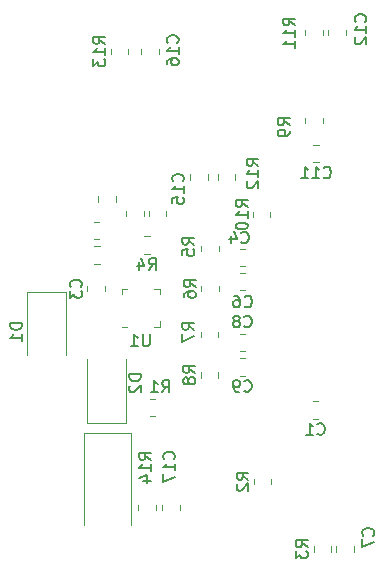
<source format=gbr>
%TF.GenerationSoftware,KiCad,Pcbnew,6.0.4-6f826c9f35~116~ubuntu20.04.1*%
%TF.CreationDate,2022-05-13T07:00:53+00:00*%
%TF.ProjectId,RFIQINT02B,52464951-494e-4543-9032-422e6b696361,REV*%
%TF.SameCoordinates,Original*%
%TF.FileFunction,Legend,Bot*%
%TF.FilePolarity,Positive*%
%FSLAX46Y46*%
G04 Gerber Fmt 4.6, Leading zero omitted, Abs format (unit mm)*
G04 Created by KiCad (PCBNEW 6.0.4-6f826c9f35~116~ubuntu20.04.1) date 2022-05-13 07:00:53*
%MOMM*%
%LPD*%
G01*
G04 APERTURE LIST*
%ADD10C,0.150000*%
%ADD11C,0.120000*%
G04 APERTURE END LIST*
D10*
%TO.C,C6*%
X21883666Y28725857D02*
X21931285Y28678238D01*
X22074142Y28630619D01*
X22169380Y28630619D01*
X22312238Y28678238D01*
X22407476Y28773476D01*
X22455095Y28868714D01*
X22502714Y29059190D01*
X22502714Y29202047D01*
X22455095Y29392523D01*
X22407476Y29487761D01*
X22312238Y29583000D01*
X22169380Y29630619D01*
X22074142Y29630619D01*
X21931285Y29583000D01*
X21883666Y29535380D01*
X21026523Y29630619D02*
X21217000Y29630619D01*
X21312238Y29583000D01*
X21359857Y29535380D01*
X21455095Y29392523D01*
X21502714Y29202047D01*
X21502714Y28821095D01*
X21455095Y28725857D01*
X21407476Y28678238D01*
X21312238Y28630619D01*
X21121761Y28630619D01*
X21026523Y28678238D01*
X20978904Y28725857D01*
X20931285Y28821095D01*
X20931285Y29059190D01*
X20978904Y29154428D01*
X21026523Y29202047D01*
X21121761Y29249666D01*
X21312238Y29249666D01*
X21407476Y29202047D01*
X21455095Y29154428D01*
X21502714Y29059190D01*
%TO.C,D2*%
X13112380Y22951415D02*
X12112380Y22951415D01*
X12112380Y22713320D01*
X12160000Y22570462D01*
X12255238Y22475224D01*
X12350476Y22427605D01*
X12540952Y22379986D01*
X12683809Y22379986D01*
X12874285Y22427605D01*
X12969523Y22475224D01*
X13064761Y22570462D01*
X13112380Y22713320D01*
X13112380Y22951415D01*
X12207619Y21999034D02*
X12160000Y21951415D01*
X12112380Y21856177D01*
X12112380Y21618081D01*
X12160000Y21522843D01*
X12207619Y21475224D01*
X12302857Y21427605D01*
X12398095Y21427605D01*
X12540952Y21475224D01*
X13112380Y22046653D01*
X13112380Y21427605D01*
%TO.C,C7*%
X32767542Y9310666D02*
X32815161Y9358285D01*
X32862780Y9501142D01*
X32862780Y9596380D01*
X32815161Y9739238D01*
X32719923Y9834476D01*
X32624685Y9882095D01*
X32434209Y9929714D01*
X32291352Y9929714D01*
X32100876Y9882095D01*
X32005638Y9834476D01*
X31910400Y9739238D01*
X31862780Y9596380D01*
X31862780Y9501142D01*
X31910400Y9358285D01*
X31958019Y9310666D01*
X31862780Y8977333D02*
X31862780Y8310666D01*
X32862780Y8739238D01*
%TO.C,R2*%
X22221180Y14047766D02*
X21744990Y14381100D01*
X22221180Y14619195D02*
X21221180Y14619195D01*
X21221180Y14238242D01*
X21268800Y14143004D01*
X21316419Y14095385D01*
X21411657Y14047766D01*
X21554514Y14047766D01*
X21649752Y14095385D01*
X21697371Y14143004D01*
X21744990Y14238242D01*
X21744990Y14619195D01*
X21316419Y13666814D02*
X21268800Y13619195D01*
X21221180Y13523957D01*
X21221180Y13285861D01*
X21268800Y13190623D01*
X21316419Y13143004D01*
X21411657Y13095385D01*
X21506895Y13095385D01*
X21649752Y13143004D01*
X22221180Y13714433D01*
X22221180Y13095385D01*
%TO.C,R1*%
X14898666Y21442419D02*
X15232000Y21918609D01*
X15470095Y21442419D02*
X15470095Y22442419D01*
X15089142Y22442419D01*
X14993904Y22394800D01*
X14946285Y22347180D01*
X14898666Y22251942D01*
X14898666Y22109085D01*
X14946285Y22013847D01*
X14993904Y21966228D01*
X15089142Y21918609D01*
X15470095Y21918609D01*
X13946285Y21442419D02*
X14517714Y21442419D01*
X14232000Y21442419D02*
X14232000Y22442419D01*
X14327238Y22299561D01*
X14422476Y22204323D01*
X14517714Y22156704D01*
%TO.C,C1*%
X28055866Y17931857D02*
X28103485Y17884238D01*
X28246342Y17836619D01*
X28341580Y17836619D01*
X28484438Y17884238D01*
X28579676Y17979476D01*
X28627295Y18074714D01*
X28674914Y18265190D01*
X28674914Y18408047D01*
X28627295Y18598523D01*
X28579676Y18693761D01*
X28484438Y18789000D01*
X28341580Y18836619D01*
X28246342Y18836619D01*
X28103485Y18789000D01*
X28055866Y18741380D01*
X27103485Y17836619D02*
X27674914Y17836619D01*
X27389200Y17836619D02*
X27389200Y18836619D01*
X27484438Y18693761D01*
X27579676Y18598523D01*
X27674914Y18550904D01*
%TO.C,R9*%
X25699980Y44057866D02*
X25223790Y44391200D01*
X25699980Y44629295D02*
X24699980Y44629295D01*
X24699980Y44248342D01*
X24747600Y44153104D01*
X24795219Y44105485D01*
X24890457Y44057866D01*
X25033314Y44057866D01*
X25128552Y44105485D01*
X25176171Y44153104D01*
X25223790Y44248342D01*
X25223790Y44629295D01*
X25699980Y43581676D02*
X25699980Y43391200D01*
X25652361Y43295961D01*
X25604742Y43248342D01*
X25461885Y43153104D01*
X25271409Y43105485D01*
X24890457Y43105485D01*
X24795219Y43153104D01*
X24747600Y43200723D01*
X24699980Y43295961D01*
X24699980Y43486438D01*
X24747600Y43581676D01*
X24795219Y43629295D01*
X24890457Y43676914D01*
X25128552Y43676914D01*
X25223790Y43629295D01*
X25271409Y43581676D01*
X25319028Y43486438D01*
X25319028Y43295961D01*
X25271409Y43200723D01*
X25223790Y43153104D01*
X25128552Y43105485D01*
%TO.C,C11*%
X28582857Y39648857D02*
X28630476Y39601238D01*
X28773333Y39553619D01*
X28868571Y39553619D01*
X29011428Y39601238D01*
X29106666Y39696476D01*
X29154285Y39791714D01*
X29201904Y39982190D01*
X29201904Y40125047D01*
X29154285Y40315523D01*
X29106666Y40410761D01*
X29011428Y40506000D01*
X28868571Y40553619D01*
X28773333Y40553619D01*
X28630476Y40506000D01*
X28582857Y40458380D01*
X27630476Y39553619D02*
X28201904Y39553619D01*
X27916190Y39553619D02*
X27916190Y40553619D01*
X28011428Y40410761D01*
X28106666Y40315523D01*
X28201904Y40267904D01*
X26678095Y39553619D02*
X27249523Y39553619D01*
X26963809Y39553619D02*
X26963809Y40553619D01*
X27059047Y40410761D01*
X27154285Y40315523D01*
X27249523Y40267904D01*
%TO.C,R10*%
X22144980Y37142657D02*
X21668790Y37475990D01*
X22144980Y37714085D02*
X21144980Y37714085D01*
X21144980Y37333133D01*
X21192600Y37237895D01*
X21240219Y37190276D01*
X21335457Y37142657D01*
X21478314Y37142657D01*
X21573552Y37190276D01*
X21621171Y37237895D01*
X21668790Y37333133D01*
X21668790Y37714085D01*
X22144980Y36190276D02*
X22144980Y36761704D01*
X22144980Y36475990D02*
X21144980Y36475990D01*
X21287838Y36571228D01*
X21383076Y36666466D01*
X21430695Y36761704D01*
X21144980Y35571228D02*
X21144980Y35475990D01*
X21192600Y35380752D01*
X21240219Y35333133D01*
X21335457Y35285514D01*
X21525933Y35237895D01*
X21764028Y35237895D01*
X21954504Y35285514D01*
X22049742Y35333133D01*
X22097361Y35380752D01*
X22144980Y35475990D01*
X22144980Y35571228D01*
X22097361Y35666466D01*
X22049742Y35714085D01*
X21954504Y35761704D01*
X21764028Y35809323D01*
X21525933Y35809323D01*
X21335457Y35761704D01*
X21240219Y35714085D01*
X21192600Y35666466D01*
X21144980Y35571228D01*
%TO.C,C12*%
X32107142Y52814457D02*
X32154761Y52862076D01*
X32202380Y53004933D01*
X32202380Y53100171D01*
X32154761Y53243028D01*
X32059523Y53338266D01*
X31964285Y53385885D01*
X31773809Y53433504D01*
X31630952Y53433504D01*
X31440476Y53385885D01*
X31345238Y53338266D01*
X31250000Y53243028D01*
X31202380Y53100171D01*
X31202380Y53004933D01*
X31250000Y52862076D01*
X31297619Y52814457D01*
X32202380Y51862076D02*
X32202380Y52433504D01*
X32202380Y52147790D02*
X31202380Y52147790D01*
X31345238Y52243028D01*
X31440476Y52338266D01*
X31488095Y52433504D01*
X31297619Y51481123D02*
X31250000Y51433504D01*
X31202380Y51338266D01*
X31202380Y51100171D01*
X31250000Y51004933D01*
X31297619Y50957314D01*
X31392857Y50909695D01*
X31488095Y50909695D01*
X31630952Y50957314D01*
X32202380Y51528742D01*
X32202380Y50909695D01*
%TO.C,R4*%
X13781066Y31793919D02*
X14114400Y32270109D01*
X14352495Y31793919D02*
X14352495Y32793919D01*
X13971542Y32793919D01*
X13876304Y32746300D01*
X13828685Y32698680D01*
X13781066Y32603442D01*
X13781066Y32460585D01*
X13828685Y32365347D01*
X13876304Y32317728D01*
X13971542Y32270109D01*
X14352495Y32270109D01*
X12923923Y32460585D02*
X12923923Y31793919D01*
X13162019Y32841538D02*
X13400114Y32127252D01*
X12781066Y32127252D01*
%TO.C,R7*%
X17622780Y26733530D02*
X17146590Y27066864D01*
X17622780Y27304959D02*
X16622780Y27304959D01*
X16622780Y26924006D01*
X16670400Y26828768D01*
X16718019Y26781149D01*
X16813257Y26733530D01*
X16956114Y26733530D01*
X17051352Y26781149D01*
X17098971Y26828768D01*
X17146590Y26924006D01*
X17146590Y27304959D01*
X16622780Y26400197D02*
X16622780Y25733530D01*
X17622780Y26162102D01*
%TO.C,R3*%
X27223980Y8320066D02*
X26747790Y8653400D01*
X27223980Y8891495D02*
X26223980Y8891495D01*
X26223980Y8510542D01*
X26271600Y8415304D01*
X26319219Y8367685D01*
X26414457Y8320066D01*
X26557314Y8320066D01*
X26652552Y8367685D01*
X26700171Y8415304D01*
X26747790Y8510542D01*
X26747790Y8891495D01*
X26223980Y7986733D02*
X26223980Y7367685D01*
X26604933Y7701019D01*
X26604933Y7558161D01*
X26652552Y7462923D01*
X26700171Y7415304D01*
X26795409Y7367685D01*
X27033504Y7367685D01*
X27128742Y7415304D01*
X27176361Y7462923D01*
X27223980Y7558161D01*
X27223980Y7843876D01*
X27176361Y7939114D01*
X27128742Y7986733D01*
%TO.C,C4*%
X21604266Y34136057D02*
X21651885Y34088438D01*
X21794742Y34040819D01*
X21889980Y34040819D01*
X22032838Y34088438D01*
X22128076Y34183676D01*
X22175695Y34278914D01*
X22223314Y34469390D01*
X22223314Y34612247D01*
X22175695Y34802723D01*
X22128076Y34897961D01*
X22032838Y34993200D01*
X21889980Y35040819D01*
X21794742Y35040819D01*
X21651885Y34993200D01*
X21604266Y34945580D01*
X20747123Y34707485D02*
X20747123Y34040819D01*
X20985219Y35088438D02*
X21223314Y34374152D01*
X20604266Y34374152D01*
%TO.C,R5*%
X17622780Y33948666D02*
X17146590Y34282000D01*
X17622780Y34520095D02*
X16622780Y34520095D01*
X16622780Y34139142D01*
X16670400Y34043904D01*
X16718019Y33996285D01*
X16813257Y33948666D01*
X16956114Y33948666D01*
X17051352Y33996285D01*
X17098971Y34043904D01*
X17146590Y34139142D01*
X17146590Y34520095D01*
X16622780Y33043904D02*
X16622780Y33520095D01*
X17098971Y33567714D01*
X17051352Y33520095D01*
X17003733Y33424857D01*
X17003733Y33186761D01*
X17051352Y33091523D01*
X17098971Y33043904D01*
X17194209Y32996285D01*
X17432304Y32996285D01*
X17527542Y33043904D01*
X17575161Y33091523D01*
X17622780Y33186761D01*
X17622780Y33424857D01*
X17575161Y33520095D01*
X17527542Y33567714D01*
%TO.C,C16*%
X16206742Y51036457D02*
X16254361Y51084076D01*
X16301980Y51226933D01*
X16301980Y51322171D01*
X16254361Y51465028D01*
X16159123Y51560266D01*
X16063885Y51607885D01*
X15873409Y51655504D01*
X15730552Y51655504D01*
X15540076Y51607885D01*
X15444838Y51560266D01*
X15349600Y51465028D01*
X15301980Y51322171D01*
X15301980Y51226933D01*
X15349600Y51084076D01*
X15397219Y51036457D01*
X16301980Y50084076D02*
X16301980Y50655504D01*
X16301980Y50369790D02*
X15301980Y50369790D01*
X15444838Y50465028D01*
X15540076Y50560266D01*
X15587695Y50655504D01*
X15301980Y49226933D02*
X15301980Y49417409D01*
X15349600Y49512647D01*
X15397219Y49560266D01*
X15540076Y49655504D01*
X15730552Y49703123D01*
X16111504Y49703123D01*
X16206742Y49655504D01*
X16254361Y49607885D01*
X16301980Y49512647D01*
X16301980Y49322171D01*
X16254361Y49226933D01*
X16206742Y49179314D01*
X16111504Y49131695D01*
X15873409Y49131695D01*
X15778171Y49179314D01*
X15730552Y49226933D01*
X15682933Y49322171D01*
X15682933Y49512647D01*
X15730552Y49607885D01*
X15778171Y49655504D01*
X15873409Y49703123D01*
%TO.C,R13*%
X10079980Y50934857D02*
X9603790Y51268190D01*
X10079980Y51506285D02*
X9079980Y51506285D01*
X9079980Y51125333D01*
X9127600Y51030095D01*
X9175219Y50982476D01*
X9270457Y50934857D01*
X9413314Y50934857D01*
X9508552Y50982476D01*
X9556171Y51030095D01*
X9603790Y51125333D01*
X9603790Y51506285D01*
X10079980Y49982476D02*
X10079980Y50553904D01*
X10079980Y50268190D02*
X9079980Y50268190D01*
X9222838Y50363428D01*
X9318076Y50458666D01*
X9365695Y50553904D01*
X9079980Y49649142D02*
X9079980Y49030095D01*
X9460933Y49363428D01*
X9460933Y49220571D01*
X9508552Y49125333D01*
X9556171Y49077714D01*
X9651409Y49030095D01*
X9889504Y49030095D01*
X9984742Y49077714D01*
X10032361Y49125333D01*
X10079980Y49220571D01*
X10079980Y49506285D01*
X10032361Y49601523D01*
X9984742Y49649142D01*
%TO.C,C17*%
X15901942Y15781257D02*
X15949561Y15828876D01*
X15997180Y15971733D01*
X15997180Y16066971D01*
X15949561Y16209828D01*
X15854323Y16305066D01*
X15759085Y16352685D01*
X15568609Y16400304D01*
X15425752Y16400304D01*
X15235276Y16352685D01*
X15140038Y16305066D01*
X15044800Y16209828D01*
X14997180Y16066971D01*
X14997180Y15971733D01*
X15044800Y15828876D01*
X15092419Y15781257D01*
X15997180Y14828876D02*
X15997180Y15400304D01*
X15997180Y15114590D02*
X14997180Y15114590D01*
X15140038Y15209828D01*
X15235276Y15305066D01*
X15282895Y15400304D01*
X14997180Y14495542D02*
X14997180Y13828876D01*
X15997180Y14257447D01*
%TO.C,U1*%
X13842904Y26342939D02*
X13842904Y25533415D01*
X13795285Y25438177D01*
X13747666Y25390558D01*
X13652428Y25342939D01*
X13461952Y25342939D01*
X13366714Y25390558D01*
X13319095Y25438177D01*
X13271476Y25533415D01*
X13271476Y26342939D01*
X12271476Y25342939D02*
X12842904Y25342939D01*
X12557190Y25342939D02*
X12557190Y26342939D01*
X12652428Y26200081D01*
X12747666Y26104843D01*
X12842904Y26057224D01*
%TO.C,C9*%
X21858266Y21564057D02*
X21905885Y21516438D01*
X22048742Y21468819D01*
X22143980Y21468819D01*
X22286838Y21516438D01*
X22382076Y21611676D01*
X22429695Y21706914D01*
X22477314Y21897390D01*
X22477314Y22040247D01*
X22429695Y22230723D01*
X22382076Y22325961D01*
X22286838Y22421200D01*
X22143980Y22468819D01*
X22048742Y22468819D01*
X21905885Y22421200D01*
X21858266Y22373580D01*
X21382076Y21468819D02*
X21191600Y21468819D01*
X21096361Y21516438D01*
X21048742Y21564057D01*
X20953504Y21706914D01*
X20905885Y21897390D01*
X20905885Y22278342D01*
X20953504Y22373580D01*
X21001123Y22421200D01*
X21096361Y22468819D01*
X21286838Y22468819D01*
X21382076Y22421200D01*
X21429695Y22373580D01*
X21477314Y22278342D01*
X21477314Y22040247D01*
X21429695Y21945009D01*
X21382076Y21897390D01*
X21286838Y21849771D01*
X21096361Y21849771D01*
X21001123Y21897390D01*
X20953504Y21945009D01*
X20905885Y22040247D01*
%TO.C,C8*%
X21858266Y27024057D02*
X21905885Y26976438D01*
X22048742Y26928819D01*
X22143980Y26928819D01*
X22286838Y26976438D01*
X22382076Y27071676D01*
X22429695Y27166914D01*
X22477314Y27357390D01*
X22477314Y27500247D01*
X22429695Y27690723D01*
X22382076Y27785961D01*
X22286838Y27881200D01*
X22143980Y27928819D01*
X22048742Y27928819D01*
X21905885Y27881200D01*
X21858266Y27833580D01*
X21286838Y27500247D02*
X21382076Y27547866D01*
X21429695Y27595485D01*
X21477314Y27690723D01*
X21477314Y27738342D01*
X21429695Y27833580D01*
X21382076Y27881200D01*
X21286838Y27928819D01*
X21096361Y27928819D01*
X21001123Y27881200D01*
X20953504Y27833580D01*
X20905885Y27738342D01*
X20905885Y27690723D01*
X20953504Y27595485D01*
X21001123Y27547866D01*
X21096361Y27500247D01*
X21286838Y27500247D01*
X21382076Y27452628D01*
X21429695Y27405009D01*
X21477314Y27309771D01*
X21477314Y27119295D01*
X21429695Y27024057D01*
X21382076Y26976438D01*
X21286838Y26928819D01*
X21096361Y26928819D01*
X21001123Y26976438D01*
X20953504Y27024057D01*
X20905885Y27119295D01*
X20905885Y27309771D01*
X20953504Y27405009D01*
X21001123Y27452628D01*
X21096361Y27500247D01*
%TO.C,R11*%
X26157180Y52509657D02*
X25680990Y52842990D01*
X26157180Y53081085D02*
X25157180Y53081085D01*
X25157180Y52700133D01*
X25204800Y52604895D01*
X25252419Y52557276D01*
X25347657Y52509657D01*
X25490514Y52509657D01*
X25585752Y52557276D01*
X25633371Y52604895D01*
X25680990Y52700133D01*
X25680990Y53081085D01*
X26157180Y51557276D02*
X26157180Y52128704D01*
X26157180Y51842990D02*
X25157180Y51842990D01*
X25300038Y51938228D01*
X25395276Y52033466D01*
X25442895Y52128704D01*
X26157180Y50604895D02*
X26157180Y51176323D01*
X26157180Y50890609D02*
X25157180Y50890609D01*
X25300038Y50985847D01*
X25395276Y51081085D01*
X25442895Y51176323D01*
%TO.C,R8*%
X17699980Y23077466D02*
X17223790Y23410800D01*
X17699980Y23648895D02*
X16699980Y23648895D01*
X16699980Y23267942D01*
X16747600Y23172704D01*
X16795219Y23125085D01*
X16890457Y23077466D01*
X17033314Y23077466D01*
X17128552Y23125085D01*
X17176171Y23172704D01*
X17223790Y23267942D01*
X17223790Y23648895D01*
X17128552Y22506038D02*
X17080933Y22601276D01*
X17033314Y22648895D01*
X16938076Y22696514D01*
X16890457Y22696514D01*
X16795219Y22648895D01*
X16747600Y22601276D01*
X16699980Y22506038D01*
X16699980Y22315561D01*
X16747600Y22220323D01*
X16795219Y22172704D01*
X16890457Y22125085D01*
X16938076Y22125085D01*
X17033314Y22172704D01*
X17080933Y22220323D01*
X17128552Y22315561D01*
X17128552Y22506038D01*
X17176171Y22601276D01*
X17223790Y22648895D01*
X17319028Y22696514D01*
X17509504Y22696514D01*
X17604742Y22648895D01*
X17652361Y22601276D01*
X17699980Y22506038D01*
X17699980Y22315561D01*
X17652361Y22220323D01*
X17604742Y22172704D01*
X17509504Y22125085D01*
X17319028Y22125085D01*
X17223790Y22172704D01*
X17176171Y22220323D01*
X17128552Y22315561D01*
%TO.C,C3*%
X8003542Y30367266D02*
X8051161Y30414885D01*
X8098780Y30557742D01*
X8098780Y30652980D01*
X8051161Y30795838D01*
X7955923Y30891076D01*
X7860685Y30938695D01*
X7670209Y30986314D01*
X7527352Y30986314D01*
X7336876Y30938695D01*
X7241638Y30891076D01*
X7146400Y30795838D01*
X7098780Y30652980D01*
X7098780Y30557742D01*
X7146400Y30414885D01*
X7194019Y30367266D01*
X7098780Y30033933D02*
X7098780Y29414885D01*
X7479733Y29748219D01*
X7479733Y29605361D01*
X7527352Y29510123D01*
X7574971Y29462504D01*
X7670209Y29414885D01*
X7908304Y29414885D01*
X8003542Y29462504D01*
X8051161Y29510123D01*
X8098780Y29605361D01*
X8098780Y29891076D01*
X8051161Y29986314D01*
X8003542Y30033933D01*
%TO.C,C15*%
X16663942Y39301657D02*
X16711561Y39349276D01*
X16759180Y39492133D01*
X16759180Y39587371D01*
X16711561Y39730228D01*
X16616323Y39825466D01*
X16521085Y39873085D01*
X16330609Y39920704D01*
X16187752Y39920704D01*
X15997276Y39873085D01*
X15902038Y39825466D01*
X15806800Y39730228D01*
X15759180Y39587371D01*
X15759180Y39492133D01*
X15806800Y39349276D01*
X15854419Y39301657D01*
X16759180Y38349276D02*
X16759180Y38920704D01*
X16759180Y38634990D02*
X15759180Y38634990D01*
X15902038Y38730228D01*
X15997276Y38825466D01*
X16044895Y38920704D01*
X15759180Y37444514D02*
X15759180Y37920704D01*
X16235371Y37968323D01*
X16187752Y37920704D01*
X16140133Y37825466D01*
X16140133Y37587371D01*
X16187752Y37492133D01*
X16235371Y37444514D01*
X16330609Y37396895D01*
X16568704Y37396895D01*
X16663942Y37444514D01*
X16711561Y37492133D01*
X16759180Y37587371D01*
X16759180Y37825466D01*
X16711561Y37920704D01*
X16663942Y37968323D01*
%TO.C,R14*%
X13965180Y15730457D02*
X13488990Y16063790D01*
X13965180Y16301885D02*
X12965180Y16301885D01*
X12965180Y15920933D01*
X13012800Y15825695D01*
X13060419Y15778076D01*
X13155657Y15730457D01*
X13298514Y15730457D01*
X13393752Y15778076D01*
X13441371Y15825695D01*
X13488990Y15920933D01*
X13488990Y16301885D01*
X13965180Y14778076D02*
X13965180Y15349504D01*
X13965180Y15063790D02*
X12965180Y15063790D01*
X13108038Y15159028D01*
X13203276Y15254266D01*
X13250895Y15349504D01*
X13298514Y13920933D02*
X13965180Y13920933D01*
X12917561Y14159028D02*
X13631847Y14397123D01*
X13631847Y13778076D01*
%TO.C,R6*%
X17750780Y30367266D02*
X17274590Y30700600D01*
X17750780Y30938695D02*
X16750780Y30938695D01*
X16750780Y30557742D01*
X16798400Y30462504D01*
X16846019Y30414885D01*
X16941257Y30367266D01*
X17084114Y30367266D01*
X17179352Y30414885D01*
X17226971Y30462504D01*
X17274590Y30557742D01*
X17274590Y30938695D01*
X16750780Y29510123D02*
X16750780Y29700600D01*
X16798400Y29795838D01*
X16846019Y29843457D01*
X16988876Y29938695D01*
X17179352Y29986314D01*
X17560304Y29986314D01*
X17655542Y29938695D01*
X17703161Y29891076D01*
X17750780Y29795838D01*
X17750780Y29605361D01*
X17703161Y29510123D01*
X17655542Y29462504D01*
X17560304Y29414885D01*
X17322209Y29414885D01*
X17226971Y29462504D01*
X17179352Y29510123D01*
X17131733Y29605361D01*
X17131733Y29795838D01*
X17179352Y29891076D01*
X17226971Y29938695D01*
X17322209Y29986314D01*
%TO.C,R12*%
X23058380Y40622457D02*
X22582190Y40955790D01*
X23058380Y41193885D02*
X22058380Y41193885D01*
X22058380Y40812933D01*
X22106000Y40717695D01*
X22153619Y40670076D01*
X22248857Y40622457D01*
X22391714Y40622457D01*
X22486952Y40670076D01*
X22534571Y40717695D01*
X22582190Y40812933D01*
X22582190Y41193885D01*
X23058380Y39670076D02*
X23058380Y40241504D01*
X23058380Y39955790D02*
X22058380Y39955790D01*
X22201238Y40051028D01*
X22296476Y40146266D01*
X22344095Y40241504D01*
X22153619Y39289123D02*
X22106000Y39241504D01*
X22058380Y39146266D01*
X22058380Y38908171D01*
X22106000Y38812933D01*
X22153619Y38765314D01*
X22248857Y38717695D01*
X22344095Y38717695D01*
X22486952Y38765314D01*
X23058380Y39336742D01*
X23058380Y38717695D01*
%TO.C,D1*%
X3032380Y27301415D02*
X2032380Y27301415D01*
X2032380Y27063320D01*
X2080000Y26920462D01*
X2175238Y26825224D01*
X2270476Y26777605D01*
X2460952Y26729986D01*
X2603809Y26729986D01*
X2794285Y26777605D01*
X2889523Y26825224D01*
X2984761Y26920462D01*
X3032380Y27063320D01*
X3032380Y27301415D01*
X3032380Y25777605D02*
X3032380Y26349034D01*
X3032380Y26063320D02*
X2032380Y26063320D01*
X2175238Y26158558D01*
X2270476Y26253796D01*
X2318095Y26349034D01*
D11*
%TO.C,C6*%
X21489936Y31570600D02*
X21944064Y31570600D01*
X21489936Y30100600D02*
X21944064Y30100600D01*
%TO.C,D2*%
X11810000Y18813320D02*
X11810000Y24213320D01*
X11810000Y18813320D02*
X8510000Y18813320D01*
X8510000Y18813320D02*
X8510000Y24213320D01*
%TO.C,C14*%
X8277000Y18031080D02*
X12297000Y18031080D01*
X8277000Y10171080D02*
X8277000Y18031080D01*
X12297000Y18031080D02*
X12297000Y10171080D01*
%TO.C,C7*%
X29643400Y8380464D02*
X29643400Y7926336D01*
X31113400Y8380464D02*
X31113400Y7926336D01*
%TO.C,C13*%
X10971200Y37533948D02*
X10971200Y38056452D01*
X9501200Y37533948D02*
X9501200Y38056452D01*
%TO.C,R2*%
X22683800Y14108164D02*
X22683800Y13654036D01*
X24153800Y14108164D02*
X24153800Y13654036D01*
%TO.C,R1*%
X14298664Y20877200D02*
X13844536Y20877200D01*
X14298664Y19407200D02*
X13844536Y19407200D01*
%TO.C,C1*%
X27662136Y20674000D02*
X28116264Y20674000D01*
X27662136Y19204000D02*
X28116264Y19204000D01*
%TO.C,R9*%
X27027200Y44677064D02*
X27027200Y44222936D01*
X28497200Y44677064D02*
X28497200Y44222936D01*
%TO.C,C11*%
X27712936Y40921000D02*
X28167064Y40921000D01*
X27712936Y42391000D02*
X28167064Y42391000D01*
%TO.C,R10*%
X24077600Y36726864D02*
X24077600Y36272736D01*
X22607600Y36726864D02*
X22607600Y36272736D01*
%TO.C,C12*%
X30440300Y51690536D02*
X30440300Y52144664D01*
X28970300Y51690536D02*
X28970300Y52144664D01*
%TO.C,C5*%
X13358800Y36810684D02*
X13358800Y36356556D01*
X11888800Y36810684D02*
X11888800Y36356556D01*
%TO.C,R4*%
X13387336Y34631300D02*
X13841464Y34631300D01*
X13387336Y33161300D02*
X13841464Y33161300D01*
%TO.C,R7*%
X18188000Y26112736D02*
X18188000Y26566864D01*
X19658000Y26112736D02*
X19658000Y26566864D01*
%TO.C,R3*%
X27738400Y8380464D02*
X27738400Y7926336D01*
X29208400Y8380464D02*
X29208400Y7926336D01*
%TO.C,C4*%
X21477236Y33597520D02*
X21931364Y33597520D01*
X21477236Y32127520D02*
X21931364Y32127520D01*
%TO.C,R5*%
X19683400Y33377136D02*
X19683400Y33831264D01*
X18213400Y33377136D02*
X18213400Y33831264D01*
%TO.C,C16*%
X14603400Y50519064D02*
X14603400Y50064936D01*
X13133400Y50519064D02*
X13133400Y50064936D01*
%TO.C,L1*%
X9145536Y34393200D02*
X9599664Y34393200D01*
X9145536Y35863200D02*
X9599664Y35863200D01*
%TO.C,R13*%
X10542600Y50519064D02*
X10542600Y50064936D01*
X12012600Y50519064D02*
X12012600Y50064936D01*
%TO.C,C17*%
X16381400Y11456936D02*
X16381400Y11911064D01*
X14911400Y11456936D02*
X14911400Y11911064D01*
%TO.C,C10*%
X13793800Y36790364D02*
X13793800Y36336236D01*
X15263800Y36790364D02*
X15263800Y36336236D01*
%TO.C,C2*%
X9659252Y32335800D02*
X9136748Y32335800D01*
X9659252Y33805800D02*
X9136748Y33805800D01*
%TO.C,U1*%
X11946000Y30205320D02*
X11471000Y30205320D01*
X11471000Y30205320D02*
X11471000Y29730320D01*
X14691000Y30205320D02*
X14691000Y29730320D01*
X14216000Y26985320D02*
X14691000Y26985320D01*
X11946000Y26985320D02*
X11471000Y26985320D01*
X14216000Y30205320D02*
X14691000Y30205320D01*
X14691000Y26985320D02*
X14691000Y27460320D01*
%TO.C,C9*%
X21464536Y22836200D02*
X21918664Y22836200D01*
X21464536Y24306200D02*
X21918664Y24306200D01*
%TO.C,C8*%
X21464536Y26363600D02*
X21918664Y26363600D01*
X21464536Y24893600D02*
X21918664Y24893600D01*
%TO.C,R11*%
X28509900Y51677836D02*
X28509900Y52131964D01*
X27039900Y51677836D02*
X27039900Y52131964D01*
%TO.C,R8*%
X18162600Y23137864D02*
X18162600Y22683736D01*
X19632600Y23137864D02*
X19632600Y22683736D01*
%TO.C,C3*%
X8561400Y30427664D02*
X8561400Y29973536D01*
X10031400Y30427664D02*
X10031400Y29973536D01*
%TO.C,C15*%
X17299000Y39901864D02*
X17299000Y39447736D01*
X18769000Y39901864D02*
X18769000Y39447736D01*
%TO.C,R14*%
X12879400Y11456936D02*
X12879400Y11911064D01*
X14349400Y11456936D02*
X14349400Y11911064D01*
%TO.C,R6*%
X18213400Y30427664D02*
X18213400Y29973536D01*
X19683400Y30427664D02*
X19683400Y29973536D01*
%TO.C,R12*%
X19635800Y39901864D02*
X19635800Y39447736D01*
X21105800Y39901864D02*
X21105800Y39447736D01*
%TO.C,D1*%
X6730000Y29963320D02*
X6730000Y24563320D01*
X3430000Y29963320D02*
X3430000Y24563320D01*
X3430000Y29963320D02*
X6730000Y29963320D01*
%TD*%
M02*

</source>
